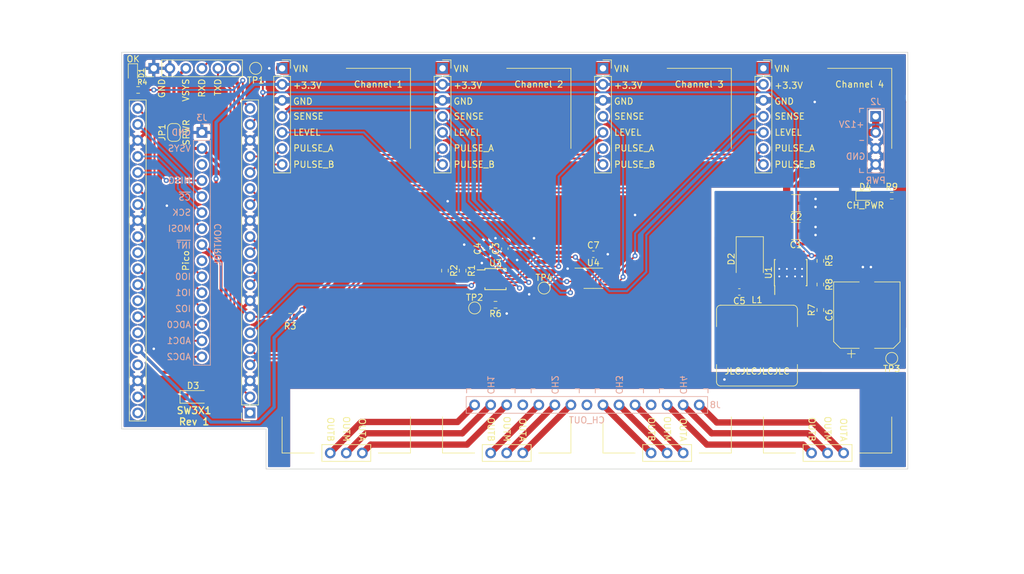
<source format=kicad_pcb>
(kicad_pcb (version 20211014) (generator pcbnew)
  (title_block (title "SW3X1 - Driver Board") (date "2022-09-29") (rev "1") (company "saawsm"))
  (layers (0 "F.Cu" signal) (31 "B.Cu" signal) (34 "B.Paste" user) (35 "F.Paste" user) (36 "B.SilkS" user "B.Silkscreen") (37 "F.SilkS" user "F.Silkscreen") (38 "B.Mask" user) (39 "F.Mask" user) (44 "Edge.Cuts" user))
  (net 0 "")
  (net 1 "Vdrive")
  (net 2 "GND")
  (net 3 "Net-(D4-Pad2)")
  (net 4 "Net-(C5-Pad2)")
  (net 5 "+9V")
  (net 6 "+3.3V")
  (net 7 "Net-(D1-Pad2)")
  (net 8 "Net-(D3-Pad1)")
  (net 9 "VIN")
  (net 10 "/RXD0")
  (net 11 "/TXD0")
  (net 14 "/~{INT}")
  (net 15 "/MISO")
  (net 16 "/SCK")
  (net 17 "/~{CS}")
  (net 18 "/MOSI")
  (net 20 "/ADC2")
  (net 21 "/ADC1")
  (net 22 "/ADC0")
  (net 23 "/IO2")
  (net 24 "/IO1")
  (net 25 "/IO0")
  (net 26 "/CH1_SENSE")
  (net 27 "/CH1_LVL")
  (net 28 "/CH1_PA")
  (net 29 "/CH1_PB")
  (net 30 "Net-(J4-Pad8)")
  (net 31 "Net-(J4-Pad9)")
  (net 32 "Net-(J4-Pad10)")
  (net 33 "/CH2_SENSE")
  (net 34 "/CH2_LVL")
  (net 35 "/CH2_PA")
  (net 36 "/CH2_PB")
  (net 37 "Net-(J5-Pad8)")
  (net 38 "Net-(J5-Pad9)")
  (net 39 "Net-(J5-Pad10)")
  (net 40 "/CH3_SENSE")
  (net 41 "/CH3_LVL")
  (net 42 "/CH3_PA")
  (net 43 "/CH3_PB")
  (net 44 "Net-(J6-Pad8)")
  (net 45 "Net-(J6-Pad9)")
  (net 46 "Net-(J6-Pad10)")
  (net 47 "/CH4_SENSE")
  (net 48 "/CH4_LVL")
  (net 49 "/CH4_PA")
  (net 50 "/CH4_PB")
  (net 51 "Net-(J7-Pad8)")
  (net 52 "Net-(J7-Pad9)")
  (net 53 "Net-(J7-Pad10)")
  (net 57 "/SCL_PER")
  (net 58 "/SDA_PER")
  (net 59 "/LED_OK")
  (net 60 "/REG_EN")
  (net 61 "/~{LDAC}")
  (net 62 "Net-(R7-Pad1)")
  (net 63 "Net-(TP2-Pad1)")
  (net 64 "Net-(TP4-Pad1)")
  (net 72 "Net-(C5-Pad1)")
  (net 73 "Net-(J1-Pad3)")
  (net 74 "GND1")
  (footprint "Package_SO:MSOP-10_3x3mm_P0.5mm" (layer "F.Cu") (at 132.842 90.551)
    (fp_text reference locked "U3")
    (fp_text value locked "MCP4728")
  )
  (footprint "SaawLib:RPi_Pico_THT" (layer "F.Cu") (at 85.09 87.63 180)
    (fp_text reference "U2" hide)
    (fp_text value locked "Pico")
  )
  (footprint "Resistor_SMD:R_0603_1608Metric" (layer "F.Cu") (at 124.841 89.218 -90)
    (fp_text reference locked "R2")
    (fp_text value locked "4.7K")
  )
  (footprint "Capacitor_SMD:C_0603_1608Metric" (layer "F.Cu") (at 148.336 86.614)
    (fp_text reference locked "C7")
    (fp_text value locked "100nF")
  )
  (footprint "TestPoint:TestPoint_Pad_D1.5mm" (layer "F.Cu") (at 140.541553 91.968402)
    (fp_text reference locked "TP4")
    (fp_text value locked "RDY")
  )
  (footprint "Package_SO:VSSOP-10_3x3mm_P0.5mm" (layer "F.Cu") (at 148.336 90.424)
    (fp_text reference locked "U4")
    (fp_text value locked "ADS1015")
  )
  (footprint "Resistor_SMD:R_0603_1608Metric" (layer "F.Cu") (at 184.277 95.441 -90)
    (fp_text reference locked "R7")
    (fp_text value locked "10K")
  )
  (footprint "Package_SO:TI_SO-PowerPAD-8_ThermalVias" (layer "F.Cu") (at 179.578 89.535 90)
    (fp_text reference locked "U1")
    (fp_text value locked "TPS5430DDA")
  )
  (footprint "Capacitor_SMD:C_0603_1608Metric" (layer "F.Cu") (at 131.445 85.725 90)
    (fp_text reference locked "C4")
    (fp_text value locked "100nF")
  )
  (footprint "SaawLib:SW32-MO_Socket" (layer "F.Cu") (at 134.62 87.63 -90)
    (fp_text reference "J5" hide)
    (fp_text value locked "Channel 2")
  )
  (footprint "Capacitor_SMD:C_1210_3225Metric" (layer "F.Cu") (at 180.418 82.931 180)
    (fp_text reference locked "C1")
    (fp_text value locked "10uF")
  )
  (footprint "Resistor_SMD:R_0603_1608Metric" (layer "F.Cu") (at 195.58 77.343)
    (fp_text reference locked "R9")
    (fp_text value locked "1.5K")
  )
  (footprint "Inductor_SMD:L_Bourns_SRR1260" (layer "F.Cu") (at 174.244 101.092)
    (fp_text reference locked "L1")
    (fp_text value locked "15uH")
  )
  (footprint "SaawLib:SW32-MO_Socket" (layer "F.Cu") (at 109.22 87.63 -90)
    (fp_text reference "J4" hide)
    (fp_text value locked "Channel 1")
  )
  (footprint "Capacitor_SMD:C_1210_3225Metric" (layer "F.Cu") (at 180.418 78.522684 180)
    (fp_text reference locked "C2")
    (fp_text value locked "10uF")
  )
  (footprint "Jumper:SolderJumper-2_P1.3mm_Open_RoundedPad1.0x1.5mm" (layer "F.Cu") (at 81.940053 67.31 90)
    (fp_text reference locked "JP1")
    (fp_text value locked "SPWR")
  )
  (footprint "Resistor_SMD:R_0603_1608Metric" (layer "F.Cu") (at 127.635 89.218 -90)
    (fp_text reference locked "R1")
    (fp_text value locked "4.7K")
  )
  (footprint "TestPoint:TestPoint_Pad_D1.5mm" (layer "F.Cu") (at 129.54 95.123)
    (fp_text reference locked "TP2")
    (fp_text value locked "~{BSY}")
  )
  (footprint "Connector_PinHeader_2.54mm:PinHeader_1x06_P2.54mm_Vertical" (layer "F.Cu") (at 78.74 57.15 90)
    (fp_text reference locked "J1")
    (fp_text value "SERIAL (3v3)" hide)
  )
  (footprint "Resistor_SMD:R_0603_1608Metric" (layer "F.Cu") (at 76.263 60.579)
    (fp_text reference locked "R4")
    (fp_text value locked "1.5K")
  )
  (footprint "SaawLib:SW32-MO_Socket" (layer "F.Cu") (at 185.42 87.63 -90)
    (fp_text reference "J7" hide)
    (fp_text value locked "Channel 4")
  )
  (footprint "LED_SMD:LED_0603_1608Metric" (layer "F.Cu") (at 75.438 57.912 -90)
    (fp_text reference locked "D1")
    (fp_text value locked "OK")
  )
  (footprint "TestPoint:TestPoint_Pad_D1.5mm" (layer "F.Cu") (at 195.58 103.124 180)
    (fp_text reference locked "TP3")
    (fp_text value locked "9.2V")
  )
  (footprint "Diode_SMD:D_SMB" (layer "F.Cu") (at 173.101 87.385 -90)
    (fp_text reference locked "D2")
    (fp_text value locked "SSB44-E3")
  )
  (footprint "Resistor_SMD:R_0603_1608Metric" (layer "F.Cu") (at 132.842 94.615 180)
    (fp_text reference locked "R6")
    (fp_text value locked "10K")
  )
  (footprint "Resistor_SMD:R_0603_1608Metric" (layer "F.Cu") (at 184.277 91.41 -90)
    (fp_text reference locked "R8")
    (fp_text value locked "1.5K")
  )
  (footprint "Resistor_SMD:R_0603_1608Metric" (layer "F.Cu") (at 184.277 87.66 -90)
    (fp_text reference locked "R5")
    (fp_text value locked "100K")
  )
  (footprint "Capacitor_SMD:CP_Elec_10x7.9" (layer "F.Cu") (at 191.643 96.266 90)
    (fp_text reference locked "C6")
    (fp_text value locked "180uF")
  )
  (footprint "SaawLib:SW32-MO_Socket" (layer "F.Cu") (at 160.02 87.63 -90)
    (fp_text reference "J6" hide)
    (fp_text value locked "Channel 3")
  )
  (footprint "Capacitor_SMD:C_0603_1608Metric" (layer "F.Cu") (at 171.45 92.583 180)
    (fp_text reference locked "C5")
    (fp_text value locked "10nF")
  )
  (footprint "Diode_SMD:D_SOD-123F" (layer "F.Cu") (at 85.09 109.22)
    (fp_text reference locked "D3")
    (fp_text value locked "DSS14")
  )
  (footprint "LED_SMD:LED_0603_1608Metric" (layer "F.Cu") (at 191.389 77.343)
    (fp_text reference locked "D4")
    (fp_text value locked "CH_PWR")
  )
  (footprint "Capacitor_SMD:C_0603_1608Metric" (layer "F.Cu") (at 134.325 85.725 90)
    (fp_text reference locked "C3")
    (fp_text value locked "10uF")
  )
  (footprint "Resistor_SMD:R_0603_1608Metric" (layer "F.Cu") (at 100.33 96.52 180)
    (fp_text reference locked "R3")
    (fp_text value locked "10K")
  )
  (footprint "TestPoint:TestPoint_Pad_D1.5mm" (layer "F.Cu") (at 94.869 57.15 180)
    (fp_text reference locked "TP1")
    (fp_text value locked "EN")
  )
  (footprint "Connector_PinHeader_2.54mm:PinHeader_1x15_P2.54mm_Vertical" (layer "B.Cu") (at 86.36 67.31 180)
    (fp_text reference locked "J3")
    (fp_text value "CONTROL")
  )
  (footprint "Connector_PinHeader_2.54mm:PinHeader_1x04_P2.54mm_Vertical" (layer "B.Cu") (at 193.04 64.77 180)
    (fp_text reference locked "J2")
    (fp_text value "PWR")
  )
  (footprint "NetTie:NetTie-2_SMD_Pad2.0mm" (layer "B.Cu") (at 188.214 76.327 90)
    (fp_text reference "NT1")
    (fp_text value "2 mm")
  )
  (footprint "Connector_PinHeader_2.54mm:PinHeader_1x15_P2.54mm_Vertical" (layer "B.Cu") (at 129.53992 110.49 -90)
    (fp_text reference locked "J8")
    (fp_text value locked "CH_OUT")
  )
  (gr_line locked (start 166.49 108.585) (end 166.49 107.95) (layer "B.SilkS") (width 0.15))
  (gr_line locked (start 138.49 107.95) (end 139.125 107.95) (layer "B.SilkS") (width 0.15))
  (gr_line locked (start 128.27 107.95) (end 128.965 107.95) (layer "B.SilkS") (width 0.15))
  (gr_line locked (start 158.81 107.95) (end 159.445 107.95) (layer "B.SilkS") (width 0.15))
  (gr_line locked (start 148.65 108.585) (end 148.65 107.95) (layer "B.SilkS") (width 0.15))
  (gr_line locked (start 135.95 108.585) (end 135.95 107.95) (layer "B.SilkS") (width 0.15))
  (gr_line locked (start 191.135 68.58) (end 190.5 68.58) (layer "B.SilkS") (width 0.15))
  (gr_line locked (start 128.27 108.585) (end 128.27 107.95) (layer "B.SilkS") (width 0.15))
  (gr_line locked (start 191.135 63.5) (end 190.5 63.5) (layer "B.SilkS") (width 0.15))
  (gr_line locked (start 156.27 108.585) (end 156.27 107.95) (layer "B.SilkS") (width 0.15))
  (gr_line locked (start 190.5 63.5) (end 190.5 64.135) (layer "B.SilkS") (width 0.15))
  (gr_line locked (start 166.49 107.95) (end 165.795 107.95) (layer "B.SilkS") (width 0.15))
  (gr_line locked (start 146.11 108.585) (end 146.11 107.95) (layer "B.SilkS") (width 0.15))
  (gr_line locked (start 148.65 107.95) (end 149.285 107.95) (layer "B.SilkS") (width 0.15))
  (gr_line locked (start 158.81 108.585) (end 158.81 107.95) (layer "B.SilkS") (width 0.15))
  (gr_line locked (start 191.135 73.66) (end 190.5 73.66) (layer "B.SilkS") (width 0.15))
  (gr_line locked (start 156.27 107.95) (end 155.635 107.95) (layer "B.SilkS") (width 0.15))
  (gr_line locked (start 138.49 108.585) (end 138.49 107.95) (layer "B.SilkS") (width 0.15))
  (gr_line locked (start 190.5 73.66) (end 190.5 73.025) (layer "B.SilkS") (width 0.15))
  (gr_line locked (start 146.11 107.95) (end 145.475 107.95) (layer "B.SilkS") (width 0.15))
  (gr_line locked (start 135.95 107.95) (end 135.315 107.95) (layer "B.SilkS") (width 0.15))
  (gr_line locked (start 73.66 54.61) (end 73.66 114.3) (layer "Edge.Cuts") (width 0.1))
  (gr_line locked (start 198.12 54.61) (end 73.66 54.61) (layer "Edge.Cuts") (width 0.1))
  (gr_line locked (start 96.52 114.3) (end 96.52 120.65) (layer "Edge.Cuts") (width 0.1))
  (gr_line locked (start 96.52 120.65) (end 198.12 120.65) (layer "Edge.Cuts") (width 0.1))
  (gr_line locked (start 198.12 120.65) (end 198.12 54.61) (layer "Edge.Cuts") (width 0.1))
  (gr_line locked (start 73.66 114.3) (end 96.52 114.3) (layer "Edge.Cuts") (width 0.1))
  (gr_text "SW3X1\nRev 1" (at 85.11832 112.26977) (layer "F.SilkS") (effects (font (size 1.1 1.1) (thickness 0.2))))
  (gr_text "JLCJLCJLCJLC" (at 174.272213 105.158009) (layer "F.SilkS") (effects (font (size 1 1))))
  (segment locked (start 178.943 82.931) (end 178.943 78.522684) (width 1.15) (layer "F.Cu") (net 1))
  (segment locked (start 178.943 75.565) (end 187.198 67.31) (width 1.15) (layer "F.Cu") (net 1))
  (segment locked (start 193.04 67.31) (end 193.04 64.77) (width 1.15) (layer "F.Cu") (net 1))
  (segment locked (start 178.943 82.931) (end 178.943 86.835) (width 0.8) (layer "F.Cu") (net 1))
  (segment locked (start 178.943 78.522684) (end 178.943 75.565) (width 1.15) (layer "F.Cu") (net 1))
  (segment locked (start 187.198 67.31) (end 193.04 67.31) (width 1.15) (layer "F.Cu") (net 1))
  (via locked (at 134.62 96.012) (size 0.8) (drill 0.4) (layers "F.Cu" "B.Cu") (net 2))
  (via locked (at 154.94 80.391) (size 0.8) (drill 0.4) (layers "F.Cu" "B.Cu") (net 2))
  (via locked (at 127.889 85.09) (size 0.8) (drill 0.4) (layers "F.Cu" "B.Cu") (net 2))
  (via locked (at 144.272 88.9) (size 0.8) (drill 0.4) (layers "F.Cu" "B.Cu") (net 2))
  (via locked (at 138.938 84.074) (size 0.8) (drill 0.4) (layers "F.Cu" "B.Cu") (net 2))
  (via locked (at 130.683 88.011) (size 0.8) (drill 0.4) (layers "F.Cu" "B.Cu") (net 2))
  (via locked (at 80.808282 78.923205) (size 0.8) (drill 0.4) (layers "F.Cu" "B.Cu") (net 2))
  (via locked (at 136.267903 87.529039) (size 0.8) (drill 0.4) (layers "F.Cu" "B.Cu") (net 2))
  (via locked (at 138.176 92.964) (size 0.8) (drill 0.4) (layers "F.Cu" "B.Cu") (net 2))
  (via locked (at 78.74 101.6) (size 0.8) (drill 0.4) (layers "F.Cu" "B.Cu") (net 2))
  (via locked (at 169.092155 106.464677) (size 0.8) (drill 0.4) (layers "F.Cu" "B.Cu") (net 2))
  (via locked (at 132.842 84.074) (size 0.8) (drill 0.4) (layers "F.Cu" "B.Cu") (net 2))
  (via locked (at 125.271857 78.215775) (size 0.8) (drill 0.4) (layers "F.Cu" "B.Cu") (net 2))
  (via locked (at 183.388 62.484) (size 0.8) (drill 0.4) (layers "F.Cu" "B.Cu") (net 2))
  (via locked (at 97.02 57.15) (size 0.8) (drill 0.4) (layers "F.Cu" "B.Cu") (net 2))
  (via locked (at 150.622 86.614) (size 0.8) (drill 0.4) (layers "F.Cu" "B.Cu") (net 2))
  (segment locked (start 192.1765 77.343) (end 194.755 77.343) (width 0.3) (layer "F.Cu") (net 3))
  (segment locked (start 184.277 96.266) (end 195.961 96.266) (width 0.3) (layer "F.Cu") (net 5))
  (segment locked (start 196.85 62.484) (end 196.85 98.171) (width 2) (layer "F.Cu") (net 5))
  (segment locked (start 175.26 57.15) (end 191.516 57.15) (width 2) (layer "F.Cu") (net 5))
  (segment locked (start 175.26 57.15) (end 99.06 57.15) (width 2) (layer "F.Cu") (net 5))
  (segment locked (start 191.516 57.15) (end 196.85 62.484) (width 2) (layer "F.Cu") (net 5))
  (segment locked (start 150.486 90.424) (end 151.459843 90.424) (width 0.2) (layer "F.Cu") (net 6))
  (segment locked (start 130.642 89.551) (end 128.888612 89.551) (width 0.2) (layer "F.Cu") (net 6))
  (segment locked (start 146.545 85.598) (end 147.561 86.614) (width 0.3) (layer "F.Cu") (net 6))
  (segment locked (start 87.068894 105.324159) (end 88.602633 103.79042) (width 0.5) (layer "F.Cu") (net 6))
  (segment locked (start 134.325 86.5) (end 135.227 85.598) (width 0.3) (layer "F.Cu") (net 6))
  (segment locked (start 151.714905 90.168938) (end 151.714905 89.966095) (width 0.2) (layer "F.Cu") (net 6))
  (segment locked (start 88.602633 103.79042) (end 88.602633 74.660954) (width 0.5) (layer "F.Cu") (net 6))
  (segment locked (start 76.2 101.6) (end 79.924159 105.324159) (width 0.5) (layer "F.Cu") (net 6))
  (segment locked (start 134.325 86.5) (end 131.445 86.5) (width 0.3) (layer "F.Cu") (net 6))
  (segment locked (start 149.339 88.392) (end 150.495 88.392) (width 0.25) (layer "F.Cu") (net 6))
  (segment locked (start 151.459843 90.424) (end 151.714905 90.168938) (width 0.2) (layer "F.Cu") (net 6))
  (segment locked (start 151.047226 88.392) (end 150.495 88.392) (width 0.25) (layer "F.Cu") (net 6))
  (segment locked (start 151.714905 89.966095) (end 151.714905 89.059679) (width 0.25) (layer "F.Cu") (net 6))
  (segment locked (start 135.227 85.598) (end 146.545 85.598) (width 0.3) (layer "F.Cu") (net 6))
  (segment locked (start 101.155 96.464979) (end 111.119979 86.5) (width 0.5) (layer "F.Cu") (net 6))
  (segment locked (start 128.882924 89.551) (end 127.730612 88.398688) (width 0.25) (layer "F.Cu") (net 6))
  (segment locked (start 127.635 88.393) (end 124.841 88.393) (width 0.3) (layer "F.Cu") (net 6))
  (segment locked (start 111.119979 86.5) (end 131.445 86.5) (width 0.5) (layer "F.Cu") (net 6))
  (segment locked (start 147.561 86.614) (end 149.339 88.392) (width 0.25) (layer "F.Cu") (net 6))
  (segment locked (start 101.155 96.52) (end 101.155 96.464979) (width 0.5) (layer "F.Cu") (net 6))
  (segment locked (start 134.325 87.417) (end 134.325 86.5) (width 0.2) (layer "F.Cu") (net 6))
  (segment locked (start 79.924159 105.324159) (end 87.068894 105.324159) (width 0.5) (layer "F.Cu") (net 6))
  (segment locked (start 130.642 89.551) (end 132.191 89.551) (width 0.2) (layer "F.Cu") (net 6))
  (segment locked (start 132.191 89.551) (end 134.325 87.417) (width 0.2) (layer "F.Cu") (net 6))
  (segment locked (start 151.714905 89.059679) (end 151.047226 88.392) (width 0.25) (layer "F.Cu") (net 6))
  (via locked (at 88.602633 74.660954) (size 0.8) (drill 0.4) (layers "F.Cu" "B.Cu") (net 6))
  (via locked (at 102.207843 95.415757) (size 0.8) (drill 0.4) (layers "F.Cu" "B.Cu") (net 6))
  (segment locked (start 87.799923 113.199923) (end 95.419924 113.199923) (width 0.5) (layer "B.Cu") (net 6))
  (segment locked (start 94.615 59.69) (end 88.602633 65.702367) (width 0.5) (layer "B.Cu") (net 6))
  (segment locked (start 76.2 101.6) (end 87.799923 113.199923) (width 0.5) (layer "B.Cu") (net 6))
  (segment locked (start 175.26 59.69) (end 94.615 59.69) (width 0.5) (layer "B.Cu") (net 6))
  (segment locked (start 97.79 99.8336) (end 102.207843 95.415757) (width 0.5) (layer "B.Cu") (net 6))
  (segment locked (start 88.602633 65.702367) (end 88.602633 74.660954) (width 0.5) (layer "B.Cu") (net 6))
  (segment locked (start 95.419924 113.199923) (end 97.79 110.829847) (width 0.5) (layer "B.Cu") (net 6))
  (segment locked (start 97.79 110.829847) (end 97.79 99.8336) (width 0.5) (layer "B.Cu") (net 6))
  (segment locked (start 75.438 60.579) (end 75.438 58.6995) (width 0.3) (layer "F.Cu") (net 7))
  (segment locked (start 76.2 109.22) (end 83.69 109.22) (width 0.5) (layer "F.Cu") (net 8))
  (segment (start 81.940053 67.96) (end 82.114554 67.96) (width 0.5) (layer "F.Cu") (net 9))
  (segment (start 82.114554 67.96) (end 84.004554 69.85) (width 0.5) (layer "F.Cu") (net 9))
  (segment locked (start 86.533797 109.22) (end 90.17 105.583797) (width 0.5) (layer "F.Cu") (net 9))
  (segment (start 84.004554 69.85) (end 86.36 69.85) (width 0.5) (layer "F.Cu") (net 9))
  (segment locked (start 86.49 109.22) (end 86.533797 109.22) (width 0.5) (layer "F.Cu") (net 9))
  (segment locked (start 90.17 73.66) (end 86.36 69.85) (width 0.5) (layer "F.Cu") (net 9))
  (segment locked (start 90.17 105.583797) (end 90.17 73.66) (width 0.5) (layer "F.Cu") (net 9))
  (segment locked (start 93.98 109.22) (end 91.486366 106.726366) (width 0.3) (layer "F.Cu") (net 10))
  (segment locked (start 91.486365 60.158543) (end 90.17 58.842178) (width 0.3) (layer "F.Cu") (net 10))
  (segment locked (start 90.17 56.388) (end 89.535 55.753) (width 0.3) (layer "F.Cu") (net 10))
  (segment locked (start 91.486366 106.726366) (end 91.486365 60.158543) (width 0.3) (layer "F.Cu") (net 10))
  (segment locked (start 87.757 55.753) (end 86.36 57.15) (width 0.3) (layer "F.Cu") (net 10))
  (segment locked (start 89.535 55.753) (end 87.757 55.753) (width 0.3) (layer "F.Cu") (net 10))
  (segment locked (start 90.17 58.842178) (end 90.17 56.388) (width 0.3) (layer "F.Cu") (net 10))
  (segment locked (start 88.9 57.15) (end 88.9 58.42) (width 0.3) (layer "F.Cu") (net 11))
  (segment locked (start 88.9 58.42) (end 90.886865 60.406865) (width 0.3) (layer "F.Cu") (net 11))
  (segment locked (start 90.886865 108.666865) (end 93.98 111.76) (width 0.3) (layer "F.Cu") (net 11))
  (segment locked (start 90.886865 60.406865) (end 90.886865 108.666865) (width 0.3) (layer "F.Cu") (net 11))
  (segment locked (start 99.505 96.52) (end 93.98 96.52) (width 0.3) (layer "F.Cu") (net 14))
  (segment locked (start 89.377022 88.107022) (end 86.36 85.09) (width 0.3) (layer "B.Cu") (net 14))
  (segment locked (start 89.377022 91.917022) (end 89.377022 88.107022) (width 0.3) (layer "B.Cu") (net 14))
  (segment locked (start 93.98 96.52) (end 89.377022 91.917022) (width 0.3) (layer "B.Cu") (net 14))
  (segment locked (start 80.728041 74.93) (end 80.7186 74.920559) (width 0.3) (layer "F.Cu") (net 15))
  (segment locked (start 86.36 74.93) (end 80.728041 74.93) (width 0.3) (layer "F.Cu") (net 15))
  (via locked (at 80.7186 74.920559) (size 0.8) (drill 0.4) (layers "F.Cu" "B.Cu") (net 15))
  (segment locked (start 76.2 73.66) (end 79.458041 73.66) (width 0.3) (layer "B.Cu") (net 15))
  (segment locked (start 79.458041 73.66) (end 80.7186 74.920559) (width 0.3) (layer "B.Cu") (net 15))
  (segment locked (start 79.258626 71.12) (end 82.55 74.411374) (width 0.3) (layer "B.Cu") (net 16))
  (segment locked (start 76.2 71.12) (end 79.258626 71.12) (width 0.3) (layer "B.Cu") (net 16))
  (segment locked (start 82.55 74.411374) (end 82.55 76.2) (width 0.3) (layer "B.Cu") (net 16))
  (segment locked (start 82.55 76.2) (end 86.36 80.01) (width 0.3) (layer "B.Cu") (net 16))
  (segment locked (start 84.346584 74.186584) (end 84.355438 74.186584) (width 0.3) (layer "B.Cu") (net 17))
  (segment locked (start 84.355438 75.465438) (end 86.36 77.47) (width 0.3) (layer "B.Cu") (net 17))
  (segment locked (start 84.355438 74.186584) (end 84.355438 75.465438) (width 0.3) (layer "B.Cu") (net 17))
  (segment locked (start 76.2 66.04) (end 84.346584 74.186584) (width 0.3) (layer "B.Cu") (net 17))
  (segment locked (start 76.2 63.5) (end 78.85416 66.15416) (width 0.3) (layer "F.Cu") (net 18))
  (segment locked (start 78.85416 75.04416) (end 86.36 82.55) (width 0.3) (layer "F.Cu") (net 18))
  (segment locked (start 78.85416 66.15416) (end 78.85416 75.04416) (width 0.3) (layer "F.Cu") (net 18))
  (segment locked (start 86.36 102.87) (end 84.964296 102.87) (width 0.3) (layer "F.Cu") (net 20))
  (segment locked (start 78.614296 96.52) (end 76.2 96.52) (width 0.3) (layer "F.Cu") (net 20))
  (segment locked (start 84.964296 102.87) (end 78.614296 96.52) (width 0.3) (layer "F.Cu") (net 20))
  (segment locked (start 85.09 100.33) (end 76.2 91.44) (width 0.3) (layer "F.Cu") (net 21))
  (segment locked (start 86.36 100.33) (end 85.09 100.33) (width 0.3) (layer "F.Cu") (net 21))
  (segment locked (start 86.36 97.79) (end 85.055451 97.79) (width 0.3) (layer "F.Cu") (net 22))
  (segment locked (start 76.2 88.934549) (end 76.2 88.9) (width 0.3) (layer "F.Cu") (net 22))
  (segment locked (start 85.055451 97.79) (end 76.2 88.934549) (width 0.3) (layer "F.Cu") (net 22))
  (segment locked (start 86.36 95.236718) (end 78.753282 87.63) (width 0.3) (layer "F.Cu") (net 23))
  (segment locked (start 78.74 87.63) (end 78.74 86.36) (width 0.3) (layer "F.Cu") (net 23))
  (segment locked (start 78.753282 87.63) (end 78.74 87.63) (width 0.3) (layer "F.Cu") (net 23))
  (segment locked (start 86.36 95.25) (end 86.36 95.236718) (width 0.3) (layer "F.Cu") (net 23))
  (segment locked (start 78.74 86.36) (end 76.2 83.82) (width 0.3) (layer "F.Cu") (net 23))
  (segment locked (start 80.774656 83.314656) (end 76.2 78.74) (width 0.3) (layer "F.Cu") (net 24))
  (segment locked (start 80.774656 87.124656) (end 80.774656 83.314656) (width 0.3) (layer "F.Cu") (net 24))
  (segment locked (start 86.36 92.71) (end 80.774656 87.124656) (width 0.3) (layer "F.Cu") (net 24))
  (segment locked (start 82.781879 82.781879) (end 82.781879 86.591879) (width 0.3) (layer "F.Cu") (net 25))
  (segment locked (start 76.2 76.2) (end 82.781879 82.781879) (width 0.3) (layer "F.Cu") (net 25))
  (segment locked (start 82.781879 86.591879) (end 86.36 90.17) (width 0.3) (layer "F.Cu") (net 25))
  (segment locked (start 146.186 90.924) (end 144.158691 90.924) (width 0.2) (layer "F.Cu") (net 26))
  (via locked (at 144.137407 90.945284) (size 0.8) (drill 0.4) (layers "F.Cu" "B.Cu") (net 26))
  (segment locked (start 125.680009 63.52461) (end 130.193876 68.038477) (width 0.3) (layer "B.Cu") (net 26))
  (segment locked (start 130.193876 77.927998) (end 143.211162 90.945284) (width 0.3) (layer "B.Cu") (net 26))
  (segment locked (start 100.30539 63.52461) (end 125.680009 63.52461) (width 0.3) (layer "B.Cu") (net 26))
  (segment locked (start 143.211162 90.945284) (end 144.137407 90.945284) (width 0.3) (layer "B.Cu") (net 26))
  (segment locked (start 99.06 64.77) (end 100.30539 63.52461) (width 0.3) (layer "B.Cu") (net 26))
  (segment locked (start 130.193876 68.038477) (end 130.193876 77.927998) (width 0.3) (layer "B.Cu") (net 26))
  (segment locked (start 136.227422 91.551) (end 136.656346 91.979924) (width 0.25) (layer "F.Cu") (net 27))
  (segment locked (start 135.042 91.551) (end 136.227422 91.551) (width 0.25) (layer "F.Cu") (net 27))
  (via locked (at 136.656346 91.979924) (size 0.8) (drill 0.4) (layers "F.Cu" "B.Cu") (net 27))
  (segment locked (start 111.986422 67.31) (end 136.656346 91.979924) (width 0.3) (layer "B.Cu") (net 27))
  (segment locked (start 99.06 67.31) (end 111.986422 67.31) (width 0.3) (layer "B.Cu") (net 27))
  (segment locked (start 97.79 71.12) (end 99.06 69.85) (width 0.3) (layer "F.Cu") (net 28))
  (segment locked (start 97.79 71.12) (end 93.98 71.12) (width 0.3) (layer "F.Cu") (net 28))
  (segment locked (start 93.98 73.66) (end 95.25 72.39) (width 0.3) (layer "F.Cu") (net 29))
  (segment locked (start 95.25 72.39) (end 99.06 72.39) (width 0.3) (layer "F.Cu") (net 29))
  (segment locked (start 113.091129 116.778871) (end 111.76 118.11) (width 1) (layer "F.Cu") (net 30))
  (segment locked (start 134.61992 110.49) (end 128.331049 116.778871) (width 1) (layer "F.Cu") (net 30))
  (segment locked (start 128.331049 116.778871) (end 113.091129 116.778871) (width 1) (layer "F.Cu") (net 30))
  (segment locked (start 109.22 118.11) (end 112.341425 114.988575) (width 1) (layer "F.Cu") (net 31))
  (segment locked (start 112.341425 114.988575) (end 127.581345 114.988575) (width 1) (layer "F.Cu") (net 31))
  (segment locked (start 127.581345 114.988575) (end 132.07992 110.49) (width 1) (layer "F.Cu") (net 31))
  (segment locked (start 111.591721 113.198279) (end 106.68 118.11) (width 1) (layer "F.Cu") (net 32))
  (segment locked (start 129.53992 110.49) (end 126.831641 113.198279) (width 1) (layer "F.Cu") (net 32))
  (segment locked (start 126.831641 113.198279) (end 111.591721 113.198279) (width 1) (layer "F.Cu") (net 32))
  (segment locked (start 144.70867 91.863386) (end 144.70867 92.71) (width 0.2) (layer "F.Cu") (net 33))
  (segment locked (start 146.186 91.424) (end 145.148055 91.424) (width 0.2) (layer "F.Cu") (net 33))
  (segment locked (start 145.148055 91.424) (end 144.70867 91.863386) (width 0.2) (layer "F.Cu") (net 33))
  (via locked (at 144.70867 92.71) (size 0.8) (drill 0.4) (layers "F.Cu" "B.Cu") (net 33))
  (segment locked (start 124.542696 64.77) (end 128.589414 68.816718) (width 0.3) (layer "B.Cu") (net 33))
  (segment locked (start 128.589414 68.816718) (end 128.589414 78.179939) (width 0.3) (layer "B.Cu") (net 33))
  (segment locked (start 143.119475 92.71) (end 144.70867 92.71) (width 0.3) (layer "B.Cu") (net 33))
  (segment locked (start 128.589414 78.179939) (end 143.119475 92.71) (width 0.3) (layer "B.Cu") (net 33))
  (segment locked (start 124.46 64.77) (end 124.542696 64.77) (width 0.3) (layer "B.Cu") (net 33))
  (segment locked (start 135.042 91.051) (end 138.087973 91.051) (width 0.25) (layer "F.Cu") (net 34))
  (via locked (at 138.113051 91.076078) (size 0.8) (drill 0.4) (layers "F.Cu" "B.Cu") (net 34))
  (segment locked (start 127 69.85) (end 124.46 67.31) (width 0.3) (layer "B.Cu") (net 34))
  (segment locked (start 127 69.85) (end 127 79.963027) (width 0.3) (layer "B.Cu") (net 34))
  (segment locked (start 127 79.963027) (end 138.113051 91.076078) (width 0.3) (layer "B.Cu") (net 34))
  (segment locked (start 99.058078 77.143564) (end 105.335799 70.865843) (width 0.3) (layer "F.Cu") (net 35))
  (segment locked (start 123.444157 70.865843) (end 124.46 69.85) (width 0.3) (layer "F.Cu") (net 35))
  (segment locked (start 93.98 76.2) (end 94.923564 77.143564) (width 0.3) (layer "F.Cu") (net 35))
  (segment locked (start 99.058078 77.143564) (end 94.923564 77.143564) (width 0.3) (layer "F.Cu") (net 35))
  (segment locked (start 105.335799 70.865843) (end 123.444157 70.865843) (width 0.3) (layer "F.Cu") (net 35))
  (segment locked (start 93.98 78.74) (end 94.964369 77.755631) (width 0.3) (layer "F.Cu") (net 36))
  (segment locked (start 123.54791 71.47791) (end 124.46 72.39) (width 0.3) (layer "F.Cu") (net 36))
  (segment locked (start 99.316869 77.755631) (end 105.59459 71.47791) (width 0.3) (layer "F.Cu") (net 36))
  (segment locked (start 105.59459 71.47791) (end 123.54791 71.47791) (width 0.3) (layer "F.Cu") (net 36))
  (segment locked (start 99.316869 77.755631) (end 94.964369 77.755631) (width 0.3) (layer "F.Cu") (net 36))
  (segment locked (start 137.16 118.11) (end 144.77992 110.49008) (width 1) (layer "F.Cu") (net 37))
  (segment locked (start 134.62 118.11) (end 142.23992 110.49008) (width 1) (layer "F.Cu") (net 38))
  (segment locked (start 139.69992 110.49) (end 132.08 118.10992) (width 1) (layer "F.Cu") (net 39))
  (segment locked (start 151.781 91.424) (end 151.909515 91.424) (width 0.25) (layer "F.Cu") (net 40))
  (segment locked (start 150.486 91.424) (end 151.781 91.424) (width 0.2) (layer "F.Cu") (net 40))
  (segment locked (start 151.909515 91.424) (end 153.039586 90.293929) (width 0.25) (layer "F.Cu") (net 40))
  (via locked (at 153.039586 90.206059) (size 0.8) (drill 0.4) (layers "F.Cu" "B.Cu") (net 40))
  (segment locked (start 153.039586 67.949586) (end 153.039586 90.206059) (width 0.3) (layer "B.Cu") (net 40))
  (segment locked (start 149.86 64.77) (end 153.039586 67.949586) (width 0.3) (layer "B.Cu") (net 40))
  (segment locked (start 135.042 90.551) (end 136.525 90.551) (width 0.25) (layer "F.Cu") (net 41))
  (segment locked (start 142.810698 88.553105) (end 142.84978 88.553105) (width 0.25) (layer "F.Cu") (net 41))
  (segment locked (start 138.522895 88.553105) (end 142.84978 88.553105) (width 0.25) (layer "F.Cu") (net 41))
  (segment locked (start 136.525 90.551) (end 138.522895 88.553105) (width 0.25) (layer "F.Cu") (net 41))
  (via locked (at 142.84978 88.553105) (size 0.8) (drill 0.4) (layers "F.Cu" "B.Cu") (net 41))
  (segment locked (start 142.84978 74.32022) (end 142.84978 88.553105) (width 0.3) (layer "B.Cu") (net 41))
  (segment locked (start 149.86 67.31) (end 142.84978 74.32022) (width 0.3) (layer "B.Cu") (net 41))
  (segment locked (start 105.739996 75.727499) (end 131.696689 75.727499) (width 0.3) (layer "F.Cu") (net 42))
  (segment locked (start 96.663519 84.803976) (end 105.739996 75.727499) (width 0.3) (layer "F.Cu") (net 42))
  (segment locked (start 94.966992 84.803976) (end 94.965484 84.805484) (width 0.3) (layer "F.Cu") (net 42))
  (segment locked (start 136.608284 70.815904) (end 148.894096 70.815904) (width 0.3) (layer "F.Cu") (net 42))
  (segment locked (start 131.696689 75.727499) (end 136.608284 70.815904) (width 0.3) (layer "F.Cu") (net 42))
  (segment locked (start 96.663519 84.803976) (end 94.966992 84.803976) (width 0.3) (layer "F.Cu") (net 42))
  (segment locked (start 93.98 83.82) (end 94.965484 84.805484) (width 0.3) (layer "F.Cu") (net 42))
  (segment locked (start 148.894096 70.815904) (end 149.86 69.85) (width 0.3) (layer "F.Cu") (net 42))
  (segment locked (start 106.000734 76.327) (end 96.899308 85.428426) (width 0.3) (layer "F.Cu") (net 43))
  (segment locked (start 149.86 72.39) (end 148.916752 71.446752) (width 0.3) (layer "F.Cu") (net 43))
  (segment locked (start 94.911798 85.428426) (end 94.911686 85.428314) (width 0.3) (layer "F.Cu") (net 43))
  (segment locked (start 94.911686 85.428314) (end 93.98 86.36) (width 0.3) (layer "F.Cu") (net 43))
  (segment locked (start 136.833248 71.446752) (end 131.953 76.327) (width 0.3) (layer "F.Cu") (net 43))
  (segment locked (start 148.916752 71.446752) (end 136.833248 71.446752) (width 0.3) (layer "F.Cu") (net 43))
  (segment locked (start 96.899308 85.428426) (end 94.911798 85.428426) (width 0.3) (layer "F.Cu") (net 43))
  (segment locked (start 131.953 76.327) (end 106.000734 76.327) (width 0.3) (layer "F.Cu") (net 43))
  (segment locked (start 162.56 118.11) (end 157.716286 113.266286) (width 1) (layer "F.Cu") (net 44))
  (segment locked (start 157.716206 113.266286) (end 154.93992 110.49) (width 1) (layer "F.Cu") (net 44))
  (segment locked (start 156.897432 114.987512) (end 152.39992 110.49) (width 1) (layer "F.Cu") (net 45))
  (segment locked (start 160.02 118.11) (end 156.897512 114.987512) (width 1) (layer "F.Cu") (net 45))
  (segment locked (start 149.85992 110.49) (end 156.128311 116.758391) (width 1) (layer "F.Cu") (net 46))
  (segment locked (start 156.128391 116.758391) (end 157.48 118.11) (width 1) (layer "F.Cu") (net 46))
  (segment locked (start 151.703114 90.924) (end 152.265086 90.362028) (width 0.25) (layer "F.Cu") (net 47))
  (segment locked (start 152.265086 89.542914) (end 152.4 89.408) (width 0.25) (layer "F.Cu") (net 47))
  (segment locked (start 151.519 90.924) (end 151.703114 90.924) (width 0.2) (layer "F.Cu") (net 47))
  (segment locked (start 150.486 90.924) (end 151.519 90.924) (width 0.2) (layer "F.Cu") (net 47))
  (segment locked (start 152.4 89.408) (end 154.94 86.868) (width 0.3) (layer "F.Cu") (net 47))
  (segment locked (start 152.265086 90.362028) (end 152.265086 89.542914) (width 0.25) (layer "F.Cu") (net 47))
  (via locked (at 154.94 86.868) (size 0.8) (drill 0.4) (layers "F.Cu" "B.Cu") (net 47))
  (segment locked (start 173.482 64.77) (end 154.94 83.312) (width 0.3) (layer "B.Cu") (net 47))
  (segment locked (start 175.26 64.77) (end 173.482 64.77) (width 0.3) (layer "B.Cu") (net 47))
  (segment locked (start 154.94 83.312) (end 154.94 86.868) (width 0.3) (layer "B.Cu") (net 47))
  (segment locked (start 136.2505 90.051) (end 139.236687 87.064813) (width 0.25) (layer "F.Cu") (net 48))
  (segment locked (start 139.236687 87.064813) (end 145.490658 87.064813) (width 0.25) (layer "F.Cu") (net 48))
  (segment locked (start 135.042 90.051) (end 136.2505 90.051) (width 0.2) (layer "F.Cu") (net 48))
  (via locked (at 145.490658 87.064813) (size 0.8) (drill 0.4) (layers "F.Cu" "B.Cu") (net 48))
  (segment locked (start 156.718 83.566) (end 172.974 67.31) (width 0.3) (layer "B.Cu") (net 48))
  (segment locked (start 153.67 92.456) (end 150.881845 92.456) (width 0.3) (layer "B.Cu") (net 48))
  (segment locked (start 150.881845 92.456) (end 145.490658 87.064813) (width 0.3) (layer "B.Cu") (net 48))
  (segment locked (start 156.718 89.408) (end 153.67 92.456) (width 0.3) (layer "B.Cu") (net 48))
  (segment locked (start 156.718 89.408) (end 156.718 83.566) (width 0.3) (layer "B.Cu") (net 48))
  (segment locked (start 172.974 67.31) (end 175.26 67.31) (width 0.3) (layer "B.Cu") (net 48))
  (segment locked (start 107.034 80.264) (end 135.061637 80.264) (width 0.3) (layer "F.Cu") (net 49))
  (segment locked (start 139.148644 76.176993) (end 156.141667 76.176993) (width 0.3) (layer "F.Cu") (net 49))
  (segment locked (start 156.141667 76.176993) (end 156.889912 75.428748) (width 0.3) (layer "F.Cu") (net 49))
  (segment locked (start 156.889912 75.428748) (end 161.507066 70.811594) (width 0.3) (layer "F.Cu") (net 49))
  (segment locked (start 93.98 88.9) (end 94.932104 89.852104) (width 0.3) (layer "F.Cu") (net 49))
  (segment locked (start 161.507066 70.811594) (end 174.298406 70.811594) (width 0.3) (layer "F.Cu") (net 49))
  (segment locked (start 174.298406 70.811594) (end 175.26 69.85) (width 0.3) (layer "F.Cu") (net 49))
  (segment locked (start 135.061637 80.264) (end 139.148644 76.176993) (width 0.3) (layer "F.Cu") (net 49))
  (segment locked (start 97.445896 89.852104) (end 94.932104 89.852104) (width 0.3) (layer "F.Cu") (net 49))
  (segment locked (start 97.445896 89.852104) (end 107.034 80.264) (width 0.3) (layer "F.Cu") (net 49))
  (segment locked (start 135.317709 80.899) (end 107.289335 80.899) (width 0.3) (layer "F.Cu") (net 50))
  (segment locked (start 156.357793 76.814207) (end 139.402502 76.814207) (width 0.3) (layer "F.Cu") (net 50))
  (segment locked (start 139.402502 76.814207) (end 135.317709 80.899) (width 0.3) (layer "F.Cu") (net 50))
  (segment locked (start 107.289335 80.899) (end 97.724164 90.464171) (width 0.3) (layer "F.Cu") (net 50))
  (segment locked (start 161.748339 71.423661) (end 156.357793 76.814207) (width 0.3) (layer "F.Cu") (net 50))
  (segment locked (start 174.293661 71.423661) (end 161.748339 71.423661) (width 0.3) (layer "F.Cu") (net 50))
  (segment locked (start 94.955829 90.464171) (end 93.98 91.44) (width 0.3) (layer "F.Cu") (net 50))
  (segment locked (start 175.26 72.39) (end 174.293661 71.423661) (width 0.3) (layer "F.Cu") (net 50))
  (segment locked (start 97.724164 90.464171) (end 94.955829 90.464171) (width 0.3) (layer "F.Cu") (net 50))
  (segment locked (start 183.119765 113.269765) (end 167.879685 113.269765) (width 1) (layer "F.Cu") (net 51))
  (segment locked (start 187.96 118.11) (end 183.119765 113.269765) (width 1) (layer "F.Cu") (net 51))
  (segment locked (start 167.879685 113.269765) (end 165.09992 110.49) (width 1) (layer "F.Cu") (net 51))
  (segment locked (start 182.293553 114.983553) (end 167.053473 114.983553) (width 1) (layer "F.Cu") (net 52))
  (segment locked (start 167.053473 114.983553) (end 162.55992 110.49) (width 1) (layer "F.Cu") (net 52))
  (segment locked (start 185.42 118.11) (end 182.293553 114.983553) (width 1) (layer "F.Cu") (net 52))
  (segment locked (start 182.88 118.11) (end 181.54895 116.77895) (width 1) (layer "F.Cu") (net 53))
  (segment locked (start 181.54895 116.77895) (end 166.30887 116.77895) (width 1) (layer "F.Cu") (net 53))
  (segment locked (start 166.30887 116.77895) (end 160.01992 110.49) (width 1) (layer "F.Cu") (net 53))
  (segment locked (start 136.088402 94.361) (end 145.669 94.361) (width 0.25) (layer "F.Cu") (net 57))
  (segment locked (start 133.341501 90.9791) (end 133.341501 91.614099) (width 0.25) (layer "F.Cu") (net 57))
  (segment locked (start 148.209 91.821) (end 148.209 90.424) (width 0.25) (layer "F.Cu") (net 57))
  (segment locked (start 130.642 90.051) (end 132.413401 90.051) (width 0.2) (layer "F.Cu") (net 57))
  (segment locked (start 145.669 94.361) (end 148.209 91.821) (width 0.25) (layer "F.Cu") (net 57))
  (segment locked (start 112.373108 89.235745) (end 126.827745 89.235745) (width 0.3) (layer "F.Cu") (net 57))
  (segment locked (start 133.341501 91.614099) (end 136.088402 94.361) (width 0.25) (layer "F.Cu") (net 57))
  (segment locked (start 149.209 89.424) (end 150.486 89.424) (width 0.2) (layer "F.Cu") (net 57))
  (segment locked (start 130.6175 90.0755) (end 127.6675 90.0755) (width 0.2) (layer "F.Cu") (net 57))
  (segment locked (start 93.98 101.6) (end 94.943966 102.563966) (width 0.3) (layer "F.Cu") (net 57))
  (segment locked (start 99.044887 102.563966) (end 112.373108 89.235745) (width 0.3) (layer "F.Cu") (net 57))
  (segment locked (start 132.413401 90.051) (end 133.341501 90.9791) (width 0.25) (layer "F.Cu") (net 57))
  (segment locked (start 126.827745 89.235745) (end 127.635 90.043) (width 0.3) (layer "F.Cu") (net 57))
  (segment locked (start 148.209 90.424) (end 149.209 89.424) (width 0.25) (layer "F.Cu") (net 57))
  (segment locked (start 99.044887 102.563966) (end 94.943966 102.563966) (width 0.3) (layer "F.Cu") (net 57))
  (segment locked (start 150.486 89.924) (end 149.415402 89.924) (width 0.2) (layer "F.Cu") (net 58))
  (segment locked (start 128.397 90.932) (end 126.873 90.932) (width 0.3) (layer "F.Cu") (net 58))
  (segment locked (start 126.873 90.932) (end 125.984 90.043) (width 0.3) (layer "F.Cu") (net 58))
  (segment locked (start 135.881501 94.860501) (end 132.842 91.820999) (width 0.25) (layer "F.Cu") (net 58))
  (segment locked (start 148.708501 90.630901) (end 148.708501 92.027901) (width 0.25) (layer "F.Cu") (net 58))
  (segment locked (start 99.250736 103.135229) (end 94.984771 103.135229) (width 0.3) (layer "F.Cu") (net 58))
  (segment locked (start 130.642 90.551) (end 128.778 90.551) (width 0.25) (layer "F.Cu") (net 58))
  (segment locked (start 128.778 90.551) (end 128.397 90.932) (width 0.25) (layer "F.Cu") (net 58))
  (segment locked (start 149.415402 89.924) (end 148.708501 90.630901) (width 0.25) (layer "F.Cu") (net 58))
  (segment locked (start 112.342965 90.043) (end 124.841 90.043) (width 0.3) (layer "F.Cu") (net 58))
  (segment locked (start 148.708501 92.027901) (end 145.8759 94.860501) (width 0.25) (layer "F.Cu") (net 58))
  (segment locked (start 132.842 91.820999) (end 132.842 91.186001) (width 0.25) (layer "F.Cu") (net 58))
  (segment locked (start 132.842 91.186001) (end 132.207 90.551) (width 0.25) (layer "F.Cu") (net 58))
  (segment locked (start 132.207 90.551) (end 130.642 90.551) (width 0.25) (layer "F.Cu") (net 58))
  (segment locked (start 93.98 104.14) (end 94.984771 103.135229) (width 0.3) (layer "F.Cu") (net 58))
  (segment locked (start 125.984 90.043) (end 124.841 90.043) (width 0.3) (layer "F.Cu") (net 58))
  (segment locked (start 145.8759 94.860501) (end 135.881501 94.860501) (width 0.25) (layer "F.Cu") (net 58))
  (segment locked (start 99.250736 103.135229) (end 112.342965 90.043) (width 0.3) (layer "F.Cu") (net 58))
  (segment locked (start 93.98 63.5) (end 92.837 62.357) (width 0.3) (layer "F.Cu") (net 59))
  (segment locked (start 92.837 62.357) (end 92.837 59.055) (width 0.3) (layer "F.Cu") (net 59))
  (segment locked (start 77.088 60.579) (end 78.74 60.579) (width 0.3) (layer "F.Cu") (net 59))
  (via locked (at 92.837 59.055) (size 0.8) (drill 0.4) (layers "F.Cu" "B.Cu") (net 59))
  (via locked (at 78.74 60.579) (size 0.8) (drill 0.4) (layers "F.Cu" "B.Cu") (net 59))
  (segment locked (start 92.837 59.055) (end 91.313 60.579) (width 0.3) (layer "B.Cu") (net 59))
  (segment locked (start 91.313 60.579) (end 78.74 60.579) (width 0.3) (layer "B.Cu") (net 59))
  (segment locked (start 96.012 60.96) (end 96.012 58.293) (width 0.3) (layer "F.Cu") (net 60))
  (segment locked (start 181.483 86.835) (end 184.277 86.835) (width 0.3) (layer "F.Cu") (net 60))
  (segment locked (start 93.98 66.04) (end 96.012 64.008) (width 0.3) (layer "F.Cu") (net 60))
  (segment locked (start 96.012 64.008) (end 96.012 60.96) (width 0.3) (layer "F.Cu") (net 60))
  (segment locked (start 96.012 58.293) (end 94.869 57.15) (width 0.3) (layer "F.Cu") (net 60))
  (via locked (at 96.004 60.96) (size 0.8) (drill 0.4) (layers "F.Cu" "B.Cu") (net 60))
  (via locked (at 182.88 86.835) (size 0.8) (drill 0.4) (layers "F.Cu" "B.Cu") (net 60))
  (segment locked (start 180.462413 64.892413) (end 176.53 60.96) (width 0.3) (layer "B.Cu") (net 60))
  (segment locked (start 176.53 60.96) (end 96.004 60.96) (width 0.3) (layer "B.Cu") (net 60))
  (segment locked (start 182.88 86.835) (end 180.462413 84.417413) (width 0.3) (layer "B.Cu") (net 60))
  (segment locked (start 180.462413 84.417413) (end 180.462413 64.892413) (width 0.3) (layer "B.Cu") (net 60))
  (segment locked (start 131.961499 91.370499) (end 131.961499 94.559499) (width 0.25) (layer "F.Cu") (net 61))
  (segment locked (start 129.548 91.051) (end 129.032 91.567) (width 0.25) (layer "F.Cu") (net 61))
  (segment locked (start 131.642 91.051) (end 131.961499 91.370499) (width 0.25) (layer "F.Cu") (net 61))
  (segment locked (start 130.642 91.051) (end 131.642 91.051) (width 0.25) (layer "F.Cu") (net 61))
  (segment locked (start 130.642 91.051) (end 129.548 91.051) (width 0.25) (layer "F.Cu") (net 61))
  (via locked (at 129.032 91.567) (size 0.8) (drill 0.4) (layers "F.Cu" "B.Cu") (net 61))
  (segment locked (start 129.002246 91.565995) (end 129.003251 91.567) (width 0.3) (layer "B.Cu") (net 61))
  (segment locked (start 93.98 99.06) (end 101.474005 91.565995) (width 0.3) (layer "B.Cu") (net 61))
  (segment locked (start 101.474005 91.565995) (end 129.002246 91.565995) (width 0.3) (layer "B.Cu") (net 61))
  (segment locked (start 184.277 94.616) (end 184.277 92.235) (width 0.3) (layer "F.Cu") (net 62))
  (segment locked (start 184.277 92.235) (end 181.483 92.235) (width 0.3) (layer "F.Cu") (net 62))
  (segment locked (start 130.048 94.615) (end 130.642 94.021) (width 0.25) (layer "F.Cu") (net 63))
  (segment locked (start 130.642 94.021) (end 130.642 91.551) (width 0.25) (layer "F.Cu") (net 63))
  (segment locked (start 146.186 89.924) (end 142.613 89.924) (width 0.2) (layer "F.Cu") (net 64))
  (segment locked (start 142.613 89.924) (end 140.568598 91.968402) (width 0.2) (layer "F.Cu") (net 64))
  (segment locked (start 172.339 92.583) (end 173.355 92.583) (width 0.3) (layer "F.Cu") (net 72))
  (segment locked (start 173.355 92.583) (end 173.69973 92.23827) (width 0.3) (layer "F.Cu") (net 72))
  (segment locked (start 173.69973 92.23827) (end 177.66973 92.23827) (width 0.3) (layer "F.Cu") (net 72))
  (segment (start 81.934541 66.654488) (end 81.940053 66.66) (width 0.5) (layer "F.Cu") (net 73))
  (segment (start 81.934541 59.035459) (end 81.934541 66.654488) (width 0.5) (layer "F.Cu") (net 73))
  (segment (start 83.82 57.15) (end 81.934541 59.035459) (width 0.5) (layer "F.Cu") (net 73))
  (segment locked (start 180.213 86.835) (end 180.213 88.87) (width 0.6) (layer "F.Cu") (net 74))
  (via locked (at 183.515 82.296) (size 0.8) (drill 0.4) (layers "F.Cu" "B.Cu") (net 74))
  (via locked (at 183.515 77.851) (size 0.8) (drill 0.4) (layers "F.Cu" "B.Cu") (net 74))
  (via locked (at 183.515 79.121) (size 0.8) (drill 0.4) (layers "F.Cu" "B.Cu") (net 74))
  (via locked (at 191.008 88.646) (size 0.8) (drill 0.4) (layers "F.Cu" "B.Cu") (net 74))
  (via locked (at 183.515 83.566) (size 0.8) (drill 0.4) (layers "F.Cu" "B.Cu") (net 74))
  (via locked (at 192.278 88.646) (size 0.8) (drill 0.4) (layers "F.Cu" "B.Cu") (net 74))
  (zone locked (net 2) (net_name "GND") (layer "F.Cu") (priority 2) (connect_pads (clearance 0.2)) (min_thickness 0.2) (fill yes (thermal_gap 0.5) (thermal_bridge_width 0.5))
    (polygon (pts (xy 146.431 89.662) (xy 144.907 89.662) (xy 144.907 89.300753) (xy 146.431 89.300753)))
  )
  (zone locked (net 74) (net_name "GND1") (layer "F.Cu") (priority 1) (connect_pads (clearance 0.3)) (min_thickness 0.3) (fill yes (thermal_gap 0.5) (thermal_bridge_width 0.5))
    (polygon (pts (xy 179.578 88.011) (xy 179.578 85.725) (xy 180.848 85.725) (xy 180.848 87.884) (xy 183.521864 87.886497) (xy 183.529612 85.220975) (xy 180.466838 85.218435) (xy 180.467 76.581) (xy 195.326 76.581) (xy 195.326 95.504) (xy 185.547 95.504) (xy 185.547 91.059) (xy 171.577 91.059) (xy 171.577 88.011)))
  )
  (zone locked (net 5) (net_name "+9V") (layer "F.Cu") (priority 1) (connect_pads (clearance 0.3)) (min_thickness 0.3) (fill yes (thermal_gap 0.5) (thermal_bridge_width 0.5))
    (polygon (pts (xy 198.501 97.155) (xy 198.501 104.775) (xy 178.829557 104.775) (xy 178.829557 97.155)))
  )
  (zone locked (net 2) (net_name "GND") (layers F&B.Cu) (connect_pads (clearance 0.3)) (min_thickness 0.25) (fill yes (thermal_gap 0.5) (thermal_bridge_width 0.5))
    (polygon (pts (xy 198.501448 76.073782) (xy 167.005 76.073) (xy 167.005 105.283) (xy 198.501017 105.286456) (xy 198.500977 122.046989) (xy 68.326 122.047) (xy 68.325254 53.341983) (xy 198.490932 53.361948)))
  )
  (zone locked (net 0) (net_name "") (layers F&B.Cu) (connect_pads (clearance 0)) (min_thickness 0.3)
    (keepout (tracks allowed) (vias allowed) (pads allowed) (copperpour not_allowed) (footprints allowed))
    (fill (thermal_gap 0.5) (thermal_bridge_width 0.5))
    (polygon (pts (xy 190.5 120.65) (xy 100.33 120.65) (xy 100.33 107.95) (xy 190.5 107.95)))
  )
  (zone locked (net 4) (net_name "Net-(C5-Pad2)") (layer "F.Cu") (priority 1) (connect_pads (clearance 0.3)) (min_thickness 0.3) (fill yes (thermal_gap 0.5) (thermal_bridge_width 0.5))
    (polygon (pts (xy 178.181001 83.722153) (xy 178.181052 87.630156) (xy 171.195974 87.627442) (xy 171.195388 104.774442) (xy 167.512426 104.777164) (xy 167.512979 83.722161)))
  )
  (zone locked (net 74) (net_name "GND1") (layer "B.Cu") (priority 2) (connect_pads yes (clearance 0.3)) (min_thickness 0.3) (fill yes (thermal_gap 0.5) (thermal_bridge_width 0.5))
    (polygon (pts (xy 198.501 76.581) (xy 198.501 104.775) (xy 167.513 104.775) (xy 167.513 76.581)))
  )
)
</source>
